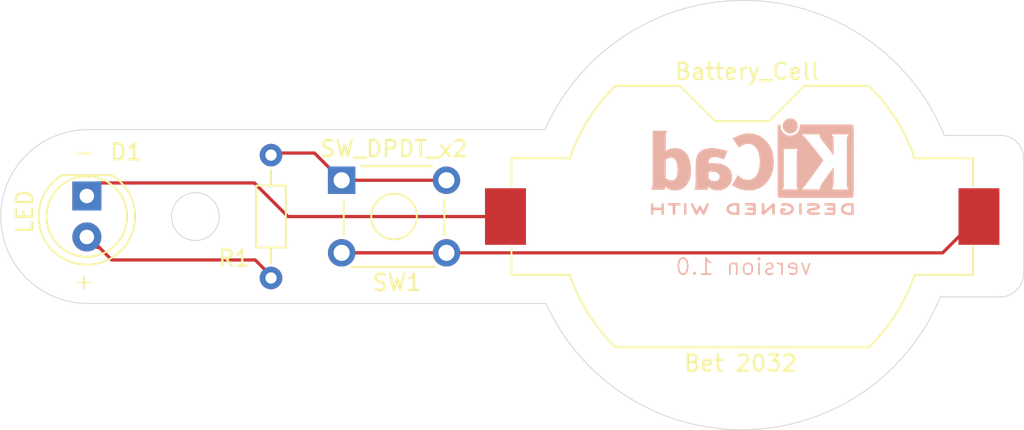
<source format=kicad_pcb>
(kicad_pcb (version 20241229) (generator "pcbnew") (generator_version "9.0")
  (title_block (title "Project 1 LED Torch") (date "2025-06-10") (rev "1"))
  (layers (0 "F.Cu" signal) (2 "B.Cu" signal) (13 "F.Paste" user) (15 "B.Paste" user) (5 "F.SilkS" user "F.Silkscreen") (7 "B.SilkS" user "B.Silkscreen") (1 "F.Mask" user) (3 "B.Mask" user) (25 "Edge.Cuts" user))
  (net 0 "")
  (net 1 "/bat_pos")
  (net 2 "/LED_cathode")
  (net 3 "/LED_anode")
  (net 4 "Net-(SW1A-A)")
  (footprint "LED_THT:LED_D5.0mm" (layer "F.Cu") (at 88.265 116.327 -90)
    (property "Reference" "D1" (at -2.727 -2.435 180) (layer "F.SilkS"))
    (property "Value" "LED" (at 0.973 3.865 270) (layer "F.SilkS"))
    (pad "1" thru_hole rect (at 0 0 270) (size 1.8 1.8) (drill 0.9) (layers "*.Cu" "*.Mask") (net 2 "/LED_cathode"))
    (pad "2" thru_hole circle (at 2.54 0 270) (size 1.8 1.8) (drill 0.9) (layers "*.Cu" "*.Mask") (net 3 "/LED_anode"))
  )
  (footprint "Battery:BatteryHolder_Keystone_1058_1x2032" (layer "F.Cu") (at 128.905 117.602 180)
    (property "Reference" "Bet 2032" (at 0.105 -9.098 0) (layer "F.SilkS"))
    (property "Value" "Battery_Cell" (at -0.295 9.002 0) (layer "F.SilkS"))
    (pad "1" smd rect (at -14.68 0 180) (size 2.54 3.51) (layers "F.Cu" "F.Mask" "F.Paste") (net 1 "/bat_pos"))
    (pad "2" smd rect (at 14.68 0 180) (size 2.54 3.51) (layers "F.Cu" "F.Mask" "F.Paste") (net 2 "/LED_cathode"))
  )
  (footprint "Button_Switch_THT:SW_TH_Tactile_Omron_B3F-10xx" (layer "F.Cu") (at 104.065 115.352)
    (property "Reference" "SW1" (at 3.435 6.348 0) (layer "F.SilkS"))
    (property "Value" "SW_DPDT_x2" (at 3.235 -1.952 0) (layer "F.SilkS"))
    (pad "1" thru_hole rect (at 0 0) (size 1.7 1.7) (drill 1) (layers "*.Cu" "*.Mask") (net 4 "Net-(SW1A-A)"))
    (pad "1" thru_hole circle (at 6.5 0) (size 1.7 1.7) (drill 1) (layers "*.Cu" "*.Mask") (net 4 "Net-(SW1A-A)"))
    (pad "2" thru_hole circle (at 0 4.5) (size 1.7 1.7) (drill 1) (layers "*.Cu" "*.Mask") (net 1 "/bat_pos"))
    (pad "2" thru_hole circle (at 6.5 4.5) (size 1.7 1.7) (drill 1) (layers "*.Cu" "*.Mask") (net 1 "/bat_pos"))
  )
  (footprint "Resistor_THT:R_Axial_DIN0204_L3.6mm_D1.6mm_P7.62mm_Horizontal" (layer "F.Cu") (at 99.6857 113.792 -90)
    (property "Reference" "R1" (at 6.408 2.285672 180) (layer "F.SilkS"))
    (property "Value" "R")
    (pad "1" thru_hole circle (at 0 0 270) (size 1.4 1.4) (drill 0.7) (layers "*.Cu" "*.Mask") (net 4 "Net-(SW1A-A)"))
    (pad "2" thru_hole circle (at 7.62 0 270) (size 1.4 1.4) (drill 0.7) (layers "*.Cu" "*.Mask") (net 3 "/LED_anode"))
  )
  (footprint "Symbol:KiCad-Logo2_5mm_SilkScreen" (layer "B.Cu") (at 129.54 114.5 180)
    (property "Reference" "REF**" (hide yes))
    (property "Value" "KiCad-Logo2_5mm_SilkScreen" (hide yes))
  )
  (gr_line (start 88.2904 112.216242) (end 116.674268 112.216242) (stroke (width 0.05)) (layer "Edge.Cuts"))
  (gr_arc (start 88.2904 122.987758) (mid 82.904642 117.602) (end 88.2904 112.216242) (stroke (width 0.05)) (layer "Edge.Cuts"))
  (gr_circle (center 94.996 117.602) (end 96.012 118.6815) (stroke (width 0.05)) (fill no) (layer "Edge.Cuts"))
  (gr_line (start 88.2904 122.987758) (end 116.73961 122.987757) (stroke (width 0.05)) (layer "Edge.Cuts"))
  (gr_line (start 141.437783 112.56848) (end 144.9324 112.56848) (stroke (width 0.05)) (layer "Edge.Cuts"))
  (gr_arc (start 144.9324 112.56848) (mid 145.941243 112.986357) (end 146.35912 113.9952) (stroke (width 0.05)) (layer "Edge.Cuts"))
  (gr_line (start 144.8816 122.585593) (end 141.193466 122.585593) (stroke (width 0.05)) (layer "Edge.Cuts"))
  (gr_line (start 146.35912 113.9952) (end 146.35912 121.158) (stroke (width 0.05)) (layer "Edge.Cuts"))
  (gr_arc (start 141.193465 122.585593) (mid 129.098671 130.821153) (end 116.73961 122.987758) (stroke (width 0.05)) (layer "Edge.Cuts"))
  (gr_arc (start 146.35912 121.158) (mid 145.908864 122.170391) (end 144.8816 122.585593) (stroke (width 0.05)) (layer "Edge.Cuts"))
  (gr_arc (start 116.674268 112.216242) (mid 129.172555 104.199915) (end 141.437782 112.568481) (stroke (width 0.05)) (layer "Edge.Cuts"))
  (gr_text "+" (at 87.4 122.2 0) (layer "F.SilkS") (effects (font (size 1 1) (thickness 0.1)) (justify left bottom)))
  (gr_text "-" (at 87.4 114.2 0) (layer "F.SilkS") (effects (font (size 1 1) (thickness 0.1)) (justify left bottom)))
  (gr_text "version 1.0" (at 133.3 121.3 0) (layer "B.SilkS") (effects (font (size 1 1) (thickness 0.1)) (justify left bottom mirror)))
  (segment (start 110.565 119.852) (end 104.065 119.852) (width 0.2) (layer "F.Cu") (net 1))
  (segment (start 104.065 119.852) (end 141.335 119.852) (width 0.2) (layer "F.Cu") (net 1))
  (segment (start 141.335 119.852) (end 143.585 117.602) (width 0.2) (layer "F.Cu") (net 1))
  (segment (start 88.9514 115.519) (end 98.653 115.519) (width 0.2) (layer "F.Cu") (net 2))
  (segment (start 98.653 115.519) (end 100.736 117.602) (width 0.2) (layer "F.Cu") (net 2))
  (segment (start 88.265 116.205) (end 88.9514 115.519) (width 0.2) (layer "F.Cu") (net 2))
  (segment (start 88.265 116.327) (end 88.265 116.205) (width 0.2) (layer "F.Cu") (net 2))
  (segment (start 100.736 117.602) (end 114.225 117.602) (width 0.2) (layer "F.Cu") (net 2))
  (segment (start 99.695 121.4027) (end 99.695 121.285) (width 0.2) (layer "F.Cu") (net 3))
  (segment (start 99.6857 121.412) (end 99.695 121.4027) (width 0.2) (layer "F.Cu") (net 3))
  (segment (start 89.0397 119.5195) (end 88.9175 119.5195) (width 0.2) (layer "F.Cu") (net 3))
  (segment (start 89.0397 119.5195) (end 89.8144 120.294) (width 0.2) (layer "F.Cu") (net 3))
  (segment (start 88.265 118.745) (end 89.0397 119.5195) (width 0.2) (layer "F.Cu") (net 3))
  (segment (start 88.9175 119.5195) (end 88.265 118.867) (width 0.2) (layer "F.Cu") (net 3))
  (segment (start 98.7044 120.294) (end 99.695 121.285) (width 0.2) (layer "F.Cu") (net 3))
  (segment (start 89.8144 120.294) (end 98.7044 120.294) (width 0.2) (layer "F.Cu") (net 3))
  (segment (start 99.6857 113.792) (end 99.695 113.7827) (width 0.2) (layer "F.Cu") (net 4))
  (segment (start 104.065 115.352) (end 110.565 115.352) (width 0.2) (layer "F.Cu") (net 4))
  (segment (start 102.378 113.665) (end 104.065 115.352) (width 0.2) (layer "F.Cu") (net 4))
  (segment (start 99.695 113.7827) (end 99.695 113.665) (width 0.2) (layer "F.Cu") (net 4))
  (segment (start 99.695 113.665) (end 102.378 113.665) (width 0.2) (layer "F.Cu") (net 4))
)
</source>
